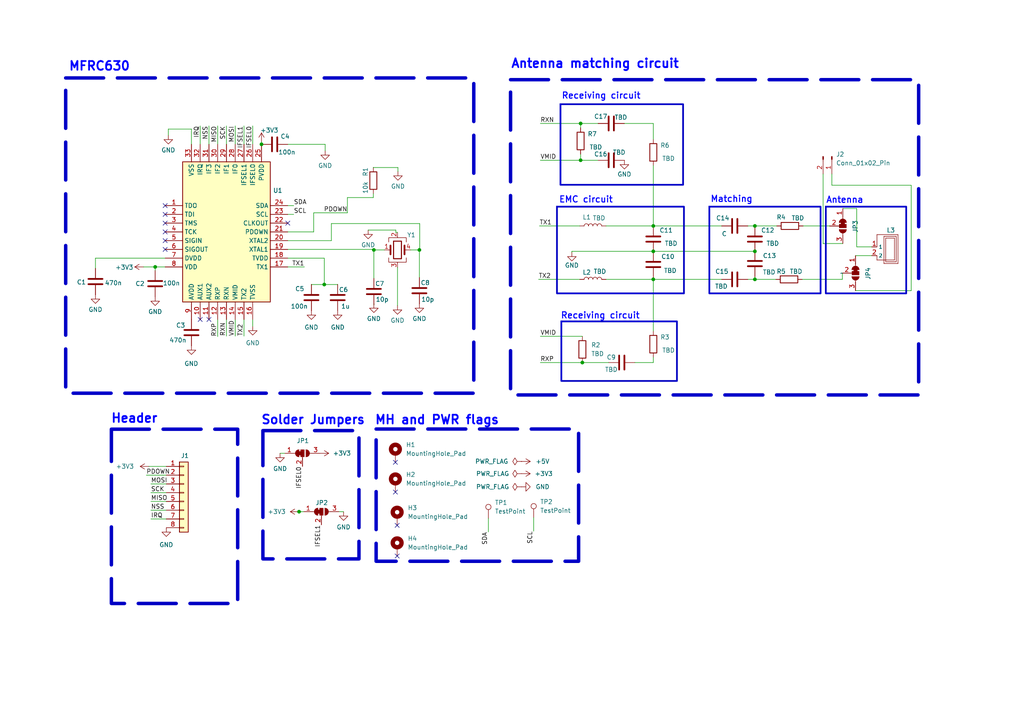
<source format=kicad_sch>
(kicad_sch (version 20230121) (generator eeschema)
  (paper "A4")
  (title_block (title "NFC_Programmer") (date "2023-11-25") (rev "2.0") (company "TycheTools"))
  (lib_symbols
    (symbol "Connector:Conn_01x02_Pin" (pin_names (offset 1.016) hide)
      (property "Reference" "J" (at 0 2.54 0))
      (property "Value" "Conn_01x02_Pin" (at 0 -5.08 0))
      (symbol "Conn_01x02_Pin_1_1"
        (polyline (pts (xy 1.27 -2.54) (xy 0.8636 -2.54)) (stroke (width 0.1524)))
        (polyline (pts (xy 1.27 0) (xy 0.8636 0)) (stroke (width 0.1524)))
        (rectangle (start 0.8636 -2.413) (end 0 -2.667) (stroke (width 0.1524)) (fill (type outline)))
        (rectangle (start 0.8636 0.127) (end 0 -0.127) (stroke (width 0.1524)) (fill (type outline)))
        (pin passive line (at 5.08 0 180) (length 3.81) (name "Pin_1") (number "1"))
        (pin passive line (at 5.08 -2.54 180) (length 3.81) (name "Pin_2") (number "2"))
      )
    )
    (symbol "Connector:TestPoint" (pin_numbers hide) (pin_names (offset 0.762) hide)
      (property "Reference" "TP" (at 0 6.858 0))
      (property "Value" "TestPoint" (at 0 5.08 0))
      (symbol "TestPoint_0_1"
        (circle (center 0 3.302) (radius 0.762))
      )
      (symbol "TestPoint_1_1"
        (pin passive line (at 0 0 90) (length 2.54) (name "1") (number "1"))
      )
    )
    (symbol "Connector_Generic:Conn_01x08" (pin_names (offset 1.016) hide)
      (property "Reference" "J" (at 0 10.16 0))
      (property "Value" "Conn_01x08" (at 0 -12.7 0))
      (symbol "Conn_01x08_1_1"
        (rectangle (start -1.27 -10.033) (end 0 -10.287) (stroke (width 0.1524)))
        (rectangle (start -1.27 -7.493) (end 0 -7.747) (stroke (width 0.1524)))
        (rectangle (start -1.27 -4.953) (end 0 -5.207) (stroke (width 0.1524)))
        (rectangle (start -1.27 -2.413) (end 0 -2.667) (stroke (width 0.1524)))
        (rectangle (start -1.27 0.127) (end 0 -0.127) (stroke (width 0.1524)))
        (rectangle (start -1.27 2.667) (end 0 2.413) (stroke (width 0.1524)))
        (rectangle (start -1.27 5.207) (end 0 4.953) (stroke (width 0.1524)))
        (rectangle (start -1.27 7.747) (end 0 7.493) (stroke (width 0.1524)))
        (rectangle (start -1.27 8.89) (end 1.27 -11.43) (stroke (width 0.254)) (fill (type background)))
        (pin passive line (at -5.08 7.62 0) (length 3.81) (name "Pin_1") (number "1"))
        (pin passive line (at -5.08 5.08 0) (length 3.81) (name "Pin_2") (number "2"))
        (pin passive line (at -5.08 2.54 0) (length 3.81) (name "Pin_3") (number "3"))
        (pin passive line (at -5.08 0 0) (length 3.81) (name "Pin_4") (number "4"))
        (pin passive line (at -5.08 -2.54 0) (length 3.81) (name "Pin_5") (number "5"))
        (pin passive line (at -5.08 -5.08 0) (length 3.81) (name "Pin_6") (number "6"))
        (pin passive line (at -5.08 -7.62 0) (length 3.81) (name "Pin_7") (number "7"))
        (pin passive line (at -5.08 -10.16 0) (length 3.81) (name "Pin_8") (number "8"))
      )
    )
    (symbol "Device:C" (pin_numbers hide) (pin_names (offset 0.254))
      (property "Reference" "C" (at 0.635 2.54 0))
      (property "Value" "C" (at 0.635 -2.54 0))
      (symbol "C_0_1"
        (polyline (pts (xy -2.032 -0.762) (xy 2.032 -0.762)) (stroke (width 0.508)))
        (polyline (pts (xy -2.032 0.762) (xy 2.032 0.762)) (stroke (width 0.508)))
      )
      (symbol "C_1_1"
        (pin passive line (at 0 3.81 270) (length 2.794) (name "~") (number "1"))
        (pin passive line (at 0 -3.81 90) (length 2.794) (name "~") (number "2"))
      )
    )
    (symbol "Device:Crystal_GND23" (pin_names (offset 1.016) hide)
      (property "Reference" "Y" (at 3.175 5.08 0))
      (property "Value" "Crystal_GND23" (at 3.175 3.175 0))
      (symbol "Crystal_GND23_0_1"
        (rectangle (start -1.143 2.54) (end 1.143 -2.54) (stroke (width 0.3048)))
        (polyline (pts (xy -2.54 0) (xy -2.032 0)))
        (polyline (pts (xy -2.032 -1.27) (xy -2.032 1.27)) (stroke (width 0.508)))
        (polyline (pts (xy 0 -3.81) (xy 0 -3.556)))
        (polyline (pts (xy 0 3.556) (xy 0 3.81)))
        (polyline (pts (xy 2.032 -1.27) (xy 2.032 1.27)) (stroke (width 0.508)))
        (polyline (pts (xy 2.032 0) (xy 2.54 0)))
        (polyline (pts (xy -2.54 -2.286) (xy -2.54 -3.556) (xy 2.54 -3.556) (xy 2.54 -2.286)))
        (polyline (pts (xy -2.54 2.286) (xy -2.54 3.556) (xy 2.54 3.556) (xy 2.54 2.286)))
      )
      (symbol "Crystal_GND23_1_1"
        (pin passive line (at -3.81 0 0) (length 1.27) (name "1") (number "1"))
        (pin passive line (at 0 5.08 270) (length 1.27) (name "2") (number "2"))
        (pin passive line (at 0 -5.08 90) (length 1.27) (name "3") (number "3"))
        (pin passive line (at 3.81 0 180) (length 1.27) (name "4") (number "4"))
      )
    )
    (symbol "Device:L" (pin_numbers hide) (pin_names (offset 1.016) hide)
      (property "Reference" "L" (at -1.27 0 90))
      (property "Value" "L" (at 1.905 0 90))
      (symbol "L_0_1"
        (arc (start 0 -2.54) (mid 0.6323 -1.905) (end 0 -1.27))
        (arc (start 0 -1.27) (mid 0.6323 -0.635) (end 0 0))
        (arc (start 0 0) (mid 0.6323 0.635) (end 0 1.27))
        (arc (start 0 1.27) (mid 0.6323 1.905) (end 0 2.54))
      )
      (symbol "L_1_1"
        (pin passive line (at 0 3.81 270) (length 1.27) (name "1") (number "1"))
        (pin passive line (at 0 -3.81 90) (length 1.27) (name "2") (number "2"))
      )
    )
    (symbol "Device:R" (pin_numbers hide) (pin_names (offset 0))
      (property "Reference" "R" (at 2.032 0 90))
      (property "Value" "R" (at 0 0 90))
      (symbol "R_0_1"
        (rectangle (start -1.016 -2.54) (end 1.016 2.54) (stroke (width 0.254)))
      )
      (symbol "R_1_1"
        (pin passive line (at 0 3.81 270) (length 1.27) (name "~") (number "1"))
        (pin passive line (at 0 -3.81 90) (length 1.27) (name "~") (number "2"))
      )
    )
    (symbol "Jumper:SolderJumper_3_Bridged12" (pin_names (offset 0) hide)
      (property "Reference" "JP" (at -2.54 -2.54 0))
      (property "Value" "SolderJumper_3_Bridged12" (at 0 2.794 0))
      (symbol "SolderJumper_3_Bridged12_0_1"
        (rectangle (start -1.016 0.508) (end -0.508 -0.508) (fill (type outline)))
        (arc (start -1.016 1.016) (mid -2.0276 0) (end -1.016 -1.016))
        (arc (start -1.016 1.016) (mid -2.0276 0) (end -1.016 -1.016) (fill (type outline)))
        (rectangle (start -0.508 1.016) (end 0.508 -1.016) (fill (type outline)))
        (polyline (pts (xy -2.54 0) (xy -2.032 0)))
        (polyline (pts (xy -1.016 1.016) (xy -1.016 -1.016)))
        (polyline (pts (xy 0 -1.27) (xy 0 -1.016)))
        (polyline (pts (xy 1.016 1.016) (xy 1.016 -1.016)))
        (polyline (pts (xy 2.54 0) (xy 2.032 0)))
        (arc (start 1.016 -1.016) (mid 2.0276 0) (end 1.016 1.016))
        (arc (start 1.016 -1.016) (mid 2.0276 0) (end 1.016 1.016) (fill (type outline)))
      )
      (symbol "SolderJumper_3_Bridged12_1_1"
        (pin passive line (at -5.08 0 0) (length 2.54) (name "A") (number "1"))
        (pin passive line (at 0 -3.81 90) (length 2.54) (name "C") (number "2"))
        (pin passive line (at 5.08 0 180) (length 2.54) (name "B") (number "3"))
      )
    )
    (symbol "LIB2:Antenna_L"
      (property "Reference" "L" (at 6.35 8.89 0))
      (symbol "Antenna_L_0_1"
        (polyline (pts (xy 10.16 3.81) (xy 15.24 3.81)))
        (polyline (pts (xy 10.16 5.08) (xy 10.16 3.81)))
        (polyline (pts (xy 10.16 7.62) (xy 10.16 7.62)))
        (polyline (pts (xy 10.16 7.62) (xy 10.16 11.176)))
        (polyline (pts (xy 12.192 2.794) (xy 16.256 2.794)))
        (polyline (pts (xy 12.192 10.668) (xy 12.192 2.794)))
        (polyline (pts (xy 15.24 3.81) (xy 15.24 10.16)))
        (polyline (pts (xy 15.24 10.16) (xy 12.7 10.16)))
        (polyline (pts (xy 16.256 2.794) (xy 16.256 11.176)))
        (polyline (pts (xy 16.256 11.176) (xy 10.16 11.176)))
        (polyline (pts (xy 15.748 10.414) (xy 15.748 10.668) (xy 12.192 10.668)))
        (polyline (pts (xy 12.7 10.16) (xy 12.7 3.302) (xy 15.748 3.302) (xy 15.748 10.414)))
      )
      (symbol "Antenna_L_1_0"
        (pin power_in line (at 8.636 7.62 0) (length 1.5) (name "1") (number "1"))
        (pin power_out line (at 8.636 5.08 0) (length 1.5) (name "2") (number "2"))
      )
    )
    (symbol "MFRC63002HN_151:MFRC63002HN,151"
      (property "Reference" "IC" (at 31.75 17.78 0))
      (property "Value" "MFRC63002HN,151" (at 31.75 15.24 0))
      (symbol "MFRC63002HN,151_1_1"
        (rectangle (start 5.08 12.7) (end 30.48 -27.94) (stroke (width 0.254)) (fill (type background)))
        (pin output line (at 0 0 0) (length 5.08) (name "TDO") (number "1"))
        (pin output line (at 10.16 -33.02 90) (length 5.08) (name "AUX1") (number "10"))
        (pin output line (at 12.7 -33.02 90) (length 5.08) (name "AUX2") (number "11"))
        (pin input line (at 15.24 -33.02 90) (length 5.08) (name "RXP") (number "12"))
        (pin input line (at 17.78 -33.02 90) (length 5.08) (name "RXN") (number "13"))
        (pin power_in line (at 20.32 -33.02 90) (length 5.08) (name "VMID") (number "14"))
        (pin output line (at 22.86 -33.02 90) (length 5.08) (name "TX2") (number "15"))
        (pin power_in line (at 25.4 -33.02 90) (length 5.08) (name "TVSS") (number "16"))
        (pin output line (at 35.56 -17.78 180) (length 5.08) (name "TX1") (number "17"))
        (pin power_in line (at 35.56 -15.24 180) (length 5.08) (name "TVDD") (number "18"))
        (pin input line (at 35.56 -12.7 180) (length 5.08) (name "XTAL1") (number "19"))
        (pin input line (at 0 -2.54 0) (length 5.08) (name "TDI") (number "2"))
        (pin output line (at 35.56 -10.16 180) (length 5.08) (name "XTAL2") (number "20"))
        (pin input line (at 35.56 -7.62 180) (length 5.08) (name "PDOWN") (number "21"))
        (pin output line (at 35.56 -5.08 180) (length 5.08) (name "CLKOUT") (number "22"))
        (pin output line (at 35.56 -2.54 180) (length 5.08) (name "SCL") (number "23"))
        (pin bidirectional line (at 35.56 0 180) (length 5.08) (name "SDA") (number "24"))
        (pin power_in line (at 27.94 17.78 270) (length 5.08) (name "PVDD") (number "25"))
        (pin input line (at 25.4 17.78 270) (length 5.08) (name "IFSEL0") (number "26"))
        (pin input line (at 22.86 17.78 270) (length 5.08) (name "IFSEL1") (number "27"))
        (pin bidirectional line (at 20.32 17.78 270) (length 5.08) (name "IF0") (number "28"))
        (pin bidirectional line (at 17.78 17.78 270) (length 5.08) (name "IF1") (number "29"))
        (pin input line (at 0 -5.08 0) (length 5.08) (name "TMS") (number "3"))
        (pin bidirectional line (at 15.24 17.78 270) (length 5.08) (name "IF2") (number "30"))
        (pin bidirectional line (at 12.7 17.78 270) (length 5.08) (name "IF3") (number "31"))
        (pin output line (at 10.16 17.78 270) (length 5.08) (name "IRQ") (number "32"))
        (pin power_in line (at 7.62 17.78 270) (length 5.08) (name "VSS") (number "33"))
        (pin input line (at 0 -7.62 0) (length 5.08) (name "TCK") (number "4"))
        (pin input line (at 0 -10.16 0) (length 5.08) (name "SIGIN") (number "5"))
        (pin output line (at 0 -12.7 0) (length 5.08) (name "SIGOUT") (number "6"))
        (pin power_in line (at 0 -15.24 0) (length 5.08) (name "DVDD") (number "7"))
        (pin power_in line (at 0 -17.78 0) (length 5.08) (name "VDD") (number "8"))
        (pin power_in line (at 7.62 -33.02 90) (length 5.08) (name "AVDD") (number "9"))
      )
    )
    (symbol "Mechanical:MountingHole_Pad" (pin_numbers hide) (pin_names (offset 1.016) hide)
      (property "Reference" "H" (at 0 6.35 0))
      (property "Value" "MountingHole_Pad" (at 0 4.445 0))
      (symbol "MountingHole_Pad_0_1"
        (circle (center 0 1.27) (radius 1.27) (stroke (width 1.27)))
      )
      (symbol "MountingHole_Pad_1_1"
        (pin input line (at 0 -2.54 90) (length 2.54) (name "1") (number "1"))
      )
    )
    (symbol "power:+3V3" (power) (pin_names (offset 0))
      (property "Value" "+3V3" (at 0 3.556 0))
      (symbol "+3V3_0_1"
        (polyline (pts (xy -0.762 1.27) (xy 0 2.54)))
        (polyline (pts (xy 0 0) (xy 0 2.54)))
        (polyline (pts (xy 0 2.54) (xy 0.762 1.27)))
      )
      (symbol "+3V3_1_1"
        (pin power_in line (at 0 0 90) (length 0) hide (name "+3V3") (number "1"))
      )
    )
    (symbol "power:+5V" (power) (pin_names (offset 0))
      (property "Value" "+5V" (at 0 3.556 0))
      (symbol "+5V_0_1"
        (polyline (pts (xy -0.762 1.27) (xy 0 2.54)))
        (polyline (pts (xy 0 0) (xy 0 2.54)))
        (polyline (pts (xy 0 2.54) (xy 0.762 1.27)))
      )
      (symbol "+5V_1_1"
        (pin power_in line (at 0 0 90) (length 0) hide (name "+5V") (number "1"))
      )
    )
    (symbol "power:GND" (power) (pin_names (offset 0))
      (property "Value" "GND" (at 0 -3.81 0))
      (symbol "GND_0_1"
        (polyline (pts (xy 0 0) (xy 0 -1.27) (xy 1.27 -1.27) (xy 0 -2.54) (xy -1.27 -1.27) (xy 0 -1.27)))
      )
      (symbol "GND_1_1"
        (pin power_in line (at 0 0 270) (length 0) hide (name "GND") (number "1"))
      )
    )
    (symbol "power:PWR_FLAG" (power) (pin_numbers hide) (pin_names (offset 0) hide)
      (property "Value" "PWR_FLAG" (at 0 3.81 0))
      (symbol "PWR_FLAG_0_0"
        (pin power_out line (at 0 0 90) (length 0) (name "pwr") (number "1"))
      )
      (symbol "PWR_FLAG_0_1"
        (polyline (pts (xy 0 0) (xy 0 1.27) (xy -1.016 1.905) (xy 0 2.54) (xy 1.016 1.905) (xy 0 1.27)))
      )
    )
  )
  (junction (at 45.0088 77.4192))
  (junction (at 189.484 72.898))
  (junction (at 218.948 81.026))
  (junction (at 218.948 72.898))
  (junction (at 86.741 148.4122))
  (junction (at 189.484 81.026))
  (junction (at 94.0562 82.5246))
  (junction (at 189.484 65.532))
  (junction (at 121.6406 72.4916))
  (junction (at 75.8444 41.8592))
  (junction (at 218.948 65.532))
  (junction (at 108.4326 72.4916))
  (junction (at 168.402 35.814))
  (junction (at 168.91 105.156))
  (junction (at 168.402 46.482))
  (no_connect (at 60.6044 92.6592))
  (no_connect (at 83.4644 64.7192))
  (no_connect (at 114.681 142.7226))
  (no_connect (at 47.9044 59.6392))
  (no_connect (at 47.9044 64.7192))
  (no_connect (at 115.189 161.2646))
  (no_connect (at 58.0644 92.6592))
  (no_connect (at 114.681 134.0866))
  (no_connect (at 115.189 152.3746))
  (no_connect (at 47.9044 72.3392))
  (no_connect (at 47.9044 62.1792))
  (no_connect (at 47.9044 69.7992))
  (no_connect (at 47.9044 67.2592))
  (wire (pts (xy 94.3102 41.8592) (xy 94.3102 43.7134)))
  (wire (pts (xy 238.7346 70.612) (xy 238.7346 50.4698)))
  (wire (pts (xy 121.7422 64.8462) (xy 121.7422 72.4154)))
  (wire (pts (xy 165.862 72.898) (xy 189.484 72.898)))
  (wire (pts (xy 73.3044 92.6592) (xy 73.3044 94.6404)))
  (wire (pts (xy 99.6442 148.4122) (xy 98.298 148.4122)))
  (wire (pts (xy 119.1006 72.4916) (xy 121.6406 72.4916)))
  (wire (pts (xy 189.484 105.156) (xy 184.15 105.156)))
  (wire (pts (xy 114.808 66.7258) (xy 114.808 67.4116)))
  (wire (pts (xy 218.948 81.026) (xy 225.044 81.026)))
  (wire (pts (xy 154.7876 150.114) (xy 154.7876 154.051)))
  (wire (pts (xy 189.484 65.532) (xy 209.296 65.532)))
  (wire (pts (xy 232.664 81.026) (xy 244.3226 81.026)))
  (wire (pts (xy 43.7642 145.4404) (xy 48.2346 145.4404)))
  (wire (pts (xy 218.948 72.644) (xy 218.948 72.898)))
  (wire (pts (xy 45.0088 77.4192) (xy 47.9044 77.4192)))
  (wire (pts (xy 65.6844 36.5252) (xy 65.6844 41.8592)))
  (wire (pts (xy 240.6396 65.532) (xy 240.6396 65.5574)))
  (wire (pts (xy 94.0562 82.5246) (xy 97.9424 82.5246)))
  (wire (pts (xy 156.718 46.482) (xy 168.402 46.482)))
  (wire (pts (xy 168.402 35.814) (xy 173.482 35.814)))
  (wire (pts (xy 156.21 81.026) (xy 168.148 81.026)))
  (wire (pts (xy 83.4644 72.3392) (xy 108.3564 72.3392)))
  (wire (pts (xy 156.718 97.536) (xy 168.91 97.536)))
  (wire (pts (xy 156.718 35.814) (xy 168.402 35.814)))
  (wire (pts (xy 90.9828 61.722) (xy 100.7618 61.722)))
  (wire (pts (xy 63.1444 92.6592) (xy 63.1444 97.6122)))
  (wire (pts (xy 65.6844 92.6592) (xy 65.6844 97.4852)))
  (wire (pts (xy 115.2906 77.5716) (xy 115.2906 88.6206)))
  (wire (pts (xy 108.4326 88.3666) (xy 108.4326 88.1126)))
  (wire (pts (xy 100.7618 57.3024) (xy 108.2802 57.3024)))
  (wire (pts (xy 108.2802 48.5902) (xy 108.2802 48.5648)))
  (wire (pts (xy 121.6406 72.4916) (xy 121.6406 80.4926)))
  (wire (pts (xy 168.402 44.704) (xy 168.402 46.482)))
  (wire (pts (xy 90.9828 67.2592) (xy 83.4644 67.2592)))
  (wire (pts (xy 43.7642 147.9804) (xy 48.2346 147.9804)))
  (wire (pts (xy 83.4644 62.1792) (xy 85.1916 62.1792)))
  (wire (pts (xy 106.7816 66.7258) (xy 114.808 66.7258)))
  (wire (pts (xy 264.287 84.3026) (xy 264.287 53.721)))
  (wire (pts (xy 181.102 35.814) (xy 189.484 35.814)))
  (wire (pts (xy 189.484 72.898) (xy 218.948 72.898)))
  (wire (pts (xy 100.7618 61.722) (xy 100.7618 57.3024)))
  (wire (pts (xy 189.484 81.026) (xy 189.484 96.012)))
  (wire (pts (xy 27.686 74.8792) (xy 47.9044 74.8792)))
  (wire (pts (xy 238.76 70.612) (xy 238.7346 70.612)))
  (wire (pts (xy 108.3564 72.3392) (xy 108.3564 72.4916)))
  (wire (pts (xy 83.4644 59.6392) (xy 85.1916 59.6392)))
  (wire (pts (xy 252.8316 71.6026) (xy 248.4882 71.6026)))
  (wire (pts (xy 45.0088 77.4192) (xy 45.0088 78.4606)))
  (wire (pts (xy 218.948 65.532) (xy 225.298 65.532)))
  (wire (pts (xy 73.3044 36.5252) (xy 73.3044 41.8592)))
  (wire (pts (xy 90.3224 82.5246) (xy 90.3224 82.4992)))
  (wire (pts (xy 83.4644 69.7992) (xy 96.1136 69.7992)))
  (wire (pts (xy 165.862 72.898) (xy 165.862 73.152)))
  (wire (pts (xy 108.3564 72.4916) (xy 108.4326 72.4916)))
  (wire (pts (xy 216.916 65.532) (xy 218.948 65.532)))
  (wire (pts (xy 244.3226 81.026) (xy 244.3226 79.2226)))
  (wire (pts (xy 156.464 65.532) (xy 168.148 65.532)))
  (wire (pts (xy 189.484 35.814) (xy 189.484 40.386)))
  (wire (pts (xy 108.2802 56.1848) (xy 108.2802 57.3024)))
  (wire (pts (xy 175.768 65.532) (xy 189.484 65.532)))
  (wire (pts (xy 42.4434 137.8204) (xy 48.2346 137.8204)))
  (wire (pts (xy 70.7644 92.6592) (xy 70.7644 97.4852)))
  (wire (pts (xy 189.484 81.026) (xy 189.484 80.518)))
  (wire (pts (xy 27.686 74.8792) (xy 27.686 77.851)))
  (wire (pts (xy 189.484 72.898) (xy 189.484 73.152)))
  (wire (pts (xy 86.7156 148.4122) (xy 86.741 148.4122)))
  (wire (pts (xy 68.2244 92.6592) (xy 68.2244 97.4852)))
  (wire (pts (xy 108.2802 48.5902) (xy 115.4176 48.5902)))
  (wire (pts (xy 83.4644 74.8792) (xy 94.0562 74.8792)))
  (wire (pts (xy 83.4644 77.4192) (xy 88.2904 77.4192)))
  (wire (pts (xy 248.4882 60.4774) (xy 248.4882 71.6026)))
  (wire (pts (xy 97.9424 82.5246) (xy 97.9424 82.4992)))
  (wire (pts (xy 218.948 80.264) (xy 218.948 81.026)))
  (wire (pts (xy 58.0644 36.5252) (xy 58.0644 41.8592)))
  (wire (pts (xy 90.3224 82.5246) (xy 94.0562 82.5246)))
  (wire (pts (xy 264.287 53.721) (xy 241.2746 53.721)))
  (wire (pts (xy 189.484 81.026) (xy 209.296 81.026)))
  (wire (pts (xy 48.8188 37.4396) (xy 48.8188 39.2176)))
  (wire (pts (xy 41.6306 77.4192) (xy 45.0088 77.4192)))
  (wire (pts (xy 96.1136 64.8462) (xy 121.7422 64.8462)))
  (wire (pts (xy 68.2244 36.5252) (xy 68.2244 41.8592)))
  (wire (pts (xy 43.7642 142.9004) (xy 48.2346 142.9004)))
  (wire (pts (xy 115.4176 49.7332) (xy 115.4176 48.5902)))
  (wire (pts (xy 168.402 46.482) (xy 173.482 46.482)))
  (wire (pts (xy 81.2292 131.4704) (xy 82.6516 131.4704)))
  (wire (pts (xy 141.6558 150.3426) (xy 141.6558 154.2796)))
  (wire (pts (xy 63.1444 36.5252) (xy 63.1444 41.8592)))
  (wire (pts (xy 248.1326 74.1426) (xy 252.8316 74.1426)))
  (wire (pts (xy 238.76 70.612) (xy 238.76 70.6374)))
  (wire (pts (xy 248.4882 60.4774) (xy 244.4496 60.4774)))
  (wire (pts (xy 108.4326 72.4916) (xy 111.4806 72.4916)))
  (wire (pts (xy 121.7422 72.4154) (xy 121.6406 72.4154)))
  (wire (pts (xy 90.9828 61.722) (xy 90.9828 67.2592)))
  (wire (pts (xy 168.402 35.814) (xy 168.402 37.084)))
  (wire (pts (xy 94.0562 74.8792) (xy 94.0562 82.5246)))
  (wire (pts (xy 156.718 105.156) (xy 168.91 105.156)))
  (wire (pts (xy 248.1326 84.3026) (xy 264.287 84.3026)))
  (wire (pts (xy 232.918 65.532) (xy 240.6396 65.532)))
  (wire (pts (xy 189.484 103.632) (xy 189.484 105.156)))
  (wire (pts (xy 241.2746 50.4698) (xy 241.2746 53.721)))
  (wire (pts (xy 218.948 73.152) (xy 218.948 72.898)))
  (wire (pts (xy 114.808 67.4116) (xy 115.2906 67.4116)))
  (wire (pts (xy 189.484 48.006) (xy 189.484 65.532)))
  (wire (pts (xy 86.741 148.4122) (xy 88.138 148.4122)))
  (wire (pts (xy 43.7642 140.3604) (xy 48.2346 140.3604)))
  (wire (pts (xy 108.4326 72.4916) (xy 108.4326 80.7466)))
  (wire (pts (xy 43.2054 135.2804) (xy 48.2346 135.2804)))
  (wire (pts (xy 175.768 81.026) (xy 189.484 81.026)))
  (wire (pts (xy 43.7642 150.5204) (xy 48.2346 150.5204)))
  (wire (pts (xy 96.1136 64.8462) (xy 96.1136 69.7992)))
  (wire (pts (xy 75.8444 41.0972) (xy 75.8444 41.8592)))
  (wire (pts (xy 121.6406 72.4154) (xy 121.6406 72.4916)))
  (wire (pts (xy 48.8188 37.4396) (xy 55.5244 37.4396)))
  (wire (pts (xy 60.6044 36.5252) (xy 60.6044 41.8592)))
  (wire (pts (xy 70.7644 36.5252) (xy 70.7644 41.8592)))
  (wire (pts (xy 216.916 81.026) (xy 218.948 81.026)))
  (wire (pts (xy 83.4644 41.8592) (xy 94.3102 41.8592)))
  (wire (pts (xy 168.91 105.156) (xy 176.53 105.156)))
  (wire (pts (xy 238.76 70.6374) (xy 244.4496 70.6374)))
  (wire (pts (xy 55.5244 41.8592) (xy 55.5244 37.4396)))
  (rectangle (start 205.74 59.944) (end 237.998 85.09) (stroke (width 0.5)))
  (rectangle (start 148.082 23.114) (end 266.446 114.554) (stroke (width 1) (type dash)))
  (rectangle (start 161.544 59.944) (end 198.374 85.09) (stroke (width 0.5)))
  (rectangle (start 239.522 59.944) (end 262.8392 85.09) (stroke (width 0.5)))
  (rectangle (start 76.2508 124.8918) (end 104.1146 162.1028) (stroke (width 1) (type dash)))
  (rectangle (start 32.3088 124.4854) (end 68.9356 175.0314) (stroke (width 1) (type dash)))
  (rectangle (start 109.093 124.4346) (end 167.8178 162.7886) (stroke (width 1) (type dash)))
  (rectangle (start 162.814 93.218) (end 196.342 110.49) (stroke (width 0.5)))
  (rectangle (start 19.05 22.606) (end 137.414 114.046) (stroke (width 1) (type dash)))
  (rectangle (start 162.56 30.226) (end 198.12 53.594) (stroke (width 0.5)))
  (text "EMC circuit\n\n" (at 162.052 61.976 0) (effects (font (size 1.8 1.8) (thickness 0.3) bold) (justify left bottom)))
  (text "Receiving circuit\n" (at 162.56 92.71 0) (effects (font (size 1.8 1.8) (thickness 0.3) bold) (justify left bottom)))
  (text "Solder Jumpers\n" (at 75.6158 123.3932 0) (effects (font (size 2.54 2.54) (thickness 0.508) bold) (justify left bottom)))
  (text "MH and PWR flags" (at 108.585 123.4186 0) (effects (font (size 2.54 2.54) (thickness 0.508) bold) (justify left bottom)))
  (text "Matching\n" (at 205.994 58.928 0) (effects (font (size 1.8 1.8) (thickness 0.3) bold) (justify left bottom)))
  (text "Antenna\n" (at 239.522 59.182 0) (effects (font (size 1.8 1.8) (thickness 0.3) bold) (justify left bottom)))
  (text "Antenna matching circuit" (at 148.082 20.066 0) (effects (font (size 2.54 2.54) (thickness 0.508) bold) (justify left bottom)))
  (text "Header" (at 32.0548 122.9614 0) (effects (font (size 2.54 2.54) (thickness 0.508) bold) (justify left bottom)))
  (text "MFRC630" (at 19.812 20.828 0) (effects (font (size 2.54 2.54) (thickness 0.508) bold) (justify left bottom)))
  (text "Receiving circuit\n" (at 162.814 28.956 0) (effects (font (size 1.8 1.8) (thickness 0.3) bold) (justify left bottom)))
  (label "SCK" (at 65.6844 36.5252 270))
  (label "PDOWN" (at 42.4434 137.8204 0))
  (label "SCK" (at 43.7642 142.9004 0))
  (label "RXP" (at 63.1444 97.6122 90))
  (label "SDA" (at 141.6558 154.2796 270))
  (label "RXN" (at 156.718 35.814 0))
  (label "PDOWN" (at 100.7618 61.722 180))
  (label "VMID" (at 156.718 46.482 0))
  (label "IFSEL1" (at 70.7644 36.5252 270))
  (label "IFSEL0" (at 73.3044 36.5252 270))
  (label "MISO" (at 63.1444 36.5252 270))
  (label "VMID" (at 156.718 97.536 0))
  (label "IFSEL0" (at 87.7316 135.2804 270))
  (label "IFSEL1" (at 93.218 152.2222 270))
  (label "TX1" (at 156.464 65.532 0))
  (label "SCL" (at 85.1916 62.1792 0))
  (label "RXN" (at 65.6844 97.4852 90))
  (label "SCL" (at 154.7876 154.051 270))
  (label "VMID" (at 68.2244 97.4852 90))
  (label "SDA" (at 85.1916 59.6392 0))
  (label "NSS" (at 43.7642 147.9804 0))
  (label "MOSI" (at 43.7642 140.3604 0))
  (label "NSS" (at 60.6044 36.5252 270))
  (label "MISO" (at 43.7642 145.4404 0))
  (label "RXP" (at 156.718 105.156 0))
  (label "IRQ" (at 43.7642 150.5204 0))
  (label "TX1" (at 88.2904 77.4192 180))
  (label "IRQ" (at 58.0644 36.5252 270))
  (label "TX2" (at 156.21 81.026 0))
  (label "TX2" (at 70.7644 97.4852 90))
  (label "MOSI" (at 68.2244 36.5252 270))
  (symbol (lib_id "power:GND") (at 81.2292 131.4704 0) (unit 1)
    (property "Reference" "#PWR08" (effects hide))
    (property "Value" "GND" (at 81.2292 135.9408 0))
  )
  (symbol (lib_id "LIB2:Antenna_L") (at 244.1956 79.2226 0) (unit 1)
    (property "Reference" "L3" (at 257.1496 66.7766 0) (effects (justify left)))
    (property "Value" "~" (at 244.1956 79.2226 0))
  )
  (symbol (lib_id "power:GND") (at 48.8188 39.2176 0) (unit 1)
    (property "Reference" "#PWR06" (effects hide))
    (property "Value" "GND" (at 48.8188 43.5356 0))
  )
  (symbol (lib_id "power:GND") (at 94.3102 43.7134 0) (unit 1)
    (property "Reference" "#PWR010" (effects hide))
    (property "Value" "GND" (at 94.3102 48.0314 0))
  )
  (symbol (lib_id "power:+3V3") (at 86.741 148.4122 90) (unit 1)
    (property "Reference" "#PWR07" (effects hide))
    (property "Value" "+3V3" (at 82.9056 148.4122 90) (effects (justify left)))
  )
  (symbol (lib_id "Device:R") (at 168.91 101.346 0) (unit 1)
    (property "Reference" "R2" (at 171.45 100.076 0) (effects (justify left)))
    (property "Value" "TBD" (at 171.45 102.616 0) (effects (justify left)))
    (property "Footprint" "Resistor_SMD:R_0603_1608Metric_Pad0.98x0.95mm_HandSolder" (effects hide))
  )
  (symbol (lib_id "Connector:TestPoint") (at 141.6558 150.3426 0) (unit 1)
    (property "Reference" "TP1" (at 143.51 145.7706 0) (effects (justify left)))
    (property "Value" "TestPoint" (at 143.51 148.3106 0) (effects (justify left)))
    (property "Footprint" "TestPoint:TestPoint_Pad_1.0x1.0mm" (effects hide))
  )
  (symbol (lib_id "power:PWR_FLAG") (at 151.257 137.3886 90) (unit 1)
    (property "Reference" "#FLG02" (effects hide))
    (property "Value" "PWR_FLAG" (at 147.701 137.3886 90) (effects (justify left)))
    (property "Footprint" "TestPoint:TestPoint_Loop_D1.80mm_Drill1.0mm_Beaded" (effects hide))
  )
  (symbol (lib_id "Jumper:SolderJumper_3_Bridged12") (at 93.218 148.4122 0) (unit 1)
    (property "Reference" "JP2" (at 93.3196 145.8214 0))
    (property "Value" "SolderJumper_3_Bridged12" (effects hide))
    (property "Footprint" "Jumper:SolderJumper-3_P1.3mm_Bridged12_Pad1.0x1.5mm_NumberLabels" (effects hide))
  )
  (symbol (lib_id "Device:C") (at 213.106 65.532 90) (unit 1)
    (property "Reference" "C14" (at 211.582 63.246 90) (effects (justify left)))
    (property "Value" "C" (at 210.82 67.818 90) (effects (justify left)))
    (property "Footprint" "Capacitor_SMD:C_0603_1608Metric_Pad1.08x0.95mm_HandSolder" (effects hide))
  )
  (symbol (lib_id "Mechanical:MountingHole_Pad") (at 115.189 149.8346 0) (unit 1)
    (property "Reference" "H3" (at 118.237 147.2946 0) (effects (justify left)))
    (property "Value" "MountingHole_Pad" (at 118.237 149.8346 0) (effects (justify left)))
    (property "Footprint" "MountingHole:MountingHole_3mm" (effects hide))
  )
  (symbol (lib_id "Device:C") (at 45.0088 82.2706 0) (mirror y) (unit 1)
    (property "Reference" "C2" (at 41.9608 82.2706 0) (effects (justify left)))
    (property "Value" "100n" (at 52.2224 82.1182 0) (effects (justify left)))
    (property "Footprint" "Capacitor_SMD:C_0603_1608Metric_Pad1.08x0.95mm_HandSolder" (effects hide))
  )
  (symbol (lib_id "Device:C") (at 108.4326 84.5566 0) (mirror y) (unit 1)
    (property "Reference" "C7" (at 111.4806 82.2706 0) (effects (justify left)))
    (property "Value" "10p" (at 112.7506 86.8426 0) (effects (justify left)))
    (property "Footprint" "Capacitor_SMD:C_0603_1608Metric_Pad1.08x0.95mm_HandSolder" (effects hide))
  )
  (symbol (lib_id "power:GND") (at 106.7816 66.7258 0) (unit 1)
    (property "Reference" "#PWR021" (effects hide))
    (property "Value" "GND" (at 106.7816 71.0438 0))
  )
  (symbol (lib_id "power:+3V3") (at 92.8116 131.4704 270) (unit 1)
    (property "Reference" "#PWR026" (effects hide))
    (property "Value" "+3V3" (at 96.52 131.4704 90) (effects (justify left)))
  )
  (symbol (lib_id "Device:C") (at 218.948 76.454 0) (unit 1)
    (property "Reference" "C13" (at 221.234 74.168 0) (effects (justify left)))
    (property "Value" "TBD" (at 221.2086 78.9432 0) (effects (justify left)))
    (property "Footprint" "Capacitor_SMD:C_0603_1608Metric_Pad1.08x0.95mm_HandSolder" (effects hide))
  )
  (symbol (lib_id "Mechanical:MountingHole_Pad") (at 114.681 131.5466 0) (unit 1)
    (property "Reference" "H1" (at 117.729 129.0066 0) (effects (justify left)))
    (property "Value" "MountingHole_Pad" (at 117.729 131.5466 0) (effects (justify left)))
    (property "Footprint" "MountingHole:MountingHole_3mm" (effects hide))
  )
  (symbol (lib_id "Device:Crystal_GND23") (at 115.2906 72.4916 0) (unit 1)
    (property "Reference" "Y1" (at 119.3038 68.1482 0))
    (property "Value" "Crystal_GND23" (effects hide))
    (property "Footprint" "Crystal:Crystal_SMD_2016-4Pin_2.0x1.6mm" (effects hide))
  )
  (symbol (lib_id "Device:C") (at 189.484 69.342 0) (unit 1)
    (property "Reference" "C11" (at 191.262 66.802 0) (effects (justify left)))
    (property "Value" "TBD" (at 192.786 70.612 0) (effects (justify left)))
    (property "Footprint" "Capacitor_SMD:C_0603_1608Metric_Pad1.08x0.95mm_HandSolder" (effects hide))
  )
  (symbol (lib_id "power:+3V3") (at 151.257 137.3886 270) (unit 1)
    (property "Reference" "#PWR032" (effects hide))
    (property "Value" "+3V3" (at 155.067 137.3886 90) (effects (justify left)))
  )
  (symbol (lib_id "Device:C") (at 79.6544 41.8592 90) (unit 1)
    (property "Reference" "C4" (at 82.7024 39.5732 90))
    (property "Value" "100n" (at 83.2104 44.1452 90))
    (property "Footprint" "Capacitor_SMD:C_0603_1608Metric_Pad1.08x0.95mm_HandSolder" (effects hide))
  )
  (symbol (lib_id "Device:C") (at 90.3224 86.3092 0) (mirror y) (unit 1)
    (property "Reference" "C5" (at 88.2904 83.7692 0) (effects (justify left)))
    (property "Value" "100n" (at 89.3064 88.8492 0) (effects (justify left)))
    (property "Footprint" "Capacitor_SMD:C_0603_1608Metric_Pad1.08x0.95mm_HandSolder" (effects hide))
  )
  (symbol (lib_id "power:GND") (at 181.102 46.482 0) (unit 1)
    (property "Reference" "#PWR018" (effects hide))
    (property "Value" "GND" (at 181.102 50.546 0))
  )
  (symbol (lib_id "Jumper:SolderJumper_3_Bridged12") (at 87.7316 131.4704 0) (unit 1)
    (property "Reference" "JP1" (at 87.8332 127.8382 0))
    (property "Value" "SolderJumper_3_Bridged12" (effects hide))
    (property "Footprint" "Jumper:SolderJumper-3_P1.3mm_Bridged12_Pad1.0x1.5mm_NumberLabels" (effects hide))
  )
  (symbol (lib_id "power:GND") (at 48.2346 153.0604 0) (unit 1)
    (property "Reference" "#PWR020" (effects hide))
    (property "Value" "GND" (at 48.2346 158.0134 0))
  )
  (symbol (lib_id "Device:R") (at 108.2802 52.3748 180) (unit 1)
    (property "Reference" "R1" (at 105.9942 49.8348 90))
    (property "Value" "10k" (at 105.9942 54.4068 90))
    (property "Footprint" "Resistor_SMD:R_0603_1608Metric_Pad0.98x0.95mm_HandSolder" (effects hide))
  )
  (symbol (lib_id "power:PWR_FLAG") (at 151.257 133.8326 90) (unit 1)
    (property "Reference" "#FLG01" (effects hide))
    (property "Value" "PWR_FLAG" (at 147.447 133.8326 90) (effects (justify left)))
    (property "Footprint" "TestPoint:TestPoint_Loop_D1.80mm_Drill1.0mm_Beaded" (effects hide))
  )
  (symbol (lib_id "MFRC63002HN_151:MFRC63002HN,151") (at 47.9044 59.6392 0) (unit 1)
    (property "Reference" "U1" (at 80.5688 55.2511 0))
    (property "Value" "MFRC63002HN,151" (effects hide))
    (property "Footprint" "Library3:MFRC630_MOUSER" (effects hide))
    (property "Datasheet" "http://www.nxp.com/docs/en/data-sheet/MFRC630.pdf" (effects hide))
    (property "Height" "1" (effects hide))
    (property "Manufacturer_Name" "NXP" (effects hide))
    (property "Manufacturer_Part_Number" "MFRC63002HN,151" (effects hide))
    (property "Mouser Part Number" "771-MFRC63002HN151" (effects hide))
    (property "Mouser Price/Stock" "https://www.mouser.co.uk/ProductDetail/NXP-Semiconductors/MFRC63002HN151?qs=NQoTdinTi9Gyn8oEeCX95Q%3D%3D" (effects hide))
    (property "Arrow Part Number" "MFRC63002HN,151" (effects hide))
    (property "Arrow Price/Stock" "https://www.arrow.com/en/products/mfrc63002hn151/nxp-semiconductors?region=nac" (effects hide))
  )
  (symbol (lib_id "Mechanical:MountingHole_Pad") (at 114.681 140.1826 0) (unit 1)
    (property "Reference" "H2" (at 117.729 137.6426 0) (effects (justify left)))
    (property "Value" "MountingHole_Pad" (at 117.729 140.1826 0) (effects (justify left)))
    (property "Footprint" "MountingHole:MountingHole_3mm" (effects hide))
  )
  (symbol (lib_id "Device:C") (at 213.106 81.026 90) (unit 1)
    (property "Reference" "C15" (at 211.328 78.74 90) (effects (justify left)))
    (property "Value" "TBD" (at 211.074 83.058 90) (effects (justify left)))
    (property "Footprint" "Capacitor_SMD:C_0603_1608Metric_Pad1.08x0.95mm_HandSolder" (effects hide))
  )
  (symbol (lib_id "Device:R") (at 168.402 40.894 0) (unit 1)
    (property "Reference" "R7" (at 170.434 38.862 0) (effects (justify left)))
    (property "Value" "TBD" (at 170.942 42.672 0) (effects (justify left)))
    (property "Footprint" "Resistor_SMD:R_0603_1608Metric_Pad0.98x0.95mm_HandSolder" (effects hide))
  )
  (symbol (lib_id "power:+5V") (at 151.257 133.8326 270) (unit 1)
    (property "Reference" "#PWR031" (effects hide))
    (property "Value" "+5V" (at 155.321 133.8326 90) (effects (justify left)))
  )
  (symbol (lib_id "power:GND") (at 151.257 141.1986 90) (unit 1)
    (property "Reference" "#PWR033" (effects hide))
    (property "Value" "GND" (at 155.321 141.1986 90) (effects (justify right)))
  )
  (symbol (lib_id "Device:L") (at 171.958 65.532 90) (unit 1)
    (property "Reference" "L1" (at 170.18 62.992 90))
    (property "Value" "TBD" (at 173.736 63.246 90))
    (property "Footprint" "Inductor_SMD:L_0603_1608Metric_Pad1.05x0.95mm_HandSolder" (effects hide))
  )
  (symbol (lib_id "Device:R") (at 189.484 44.196 0) (unit 1)
    (property "Reference" "R6" (at 191.516 42.164 0) (effects (justify left)))
    (property "Value" "TBD" (at 192.024 45.974 0) (effects (justify left)))
    (property "Footprint" "Resistor_SMD:R_0603_1608Metric_Pad0.98x0.95mm_HandSolder" (effects hide))
  )
  (symbol (lib_id "power:GND") (at 115.2906 88.6206 0) (unit 1)
    (property "Reference" "#PWR013" (effects hide))
    (property "Value" "GND" (at 115.2906 92.9386 0))
  )
  (symbol (lib_id "Connector:Conn_01x02_Pin") (at 241.2746 45.3898 270) (unit 1)
    (property "Reference" "J2" (at 242.4938 44.7548 90) (effects (justify left)))
    (property "Value" "Conn_01x02_Pin" (at 242.4938 47.2948 90) (effects (justify left)))
    (property "Footprint" "Connector_PinHeader_2.00mm:PinHeader_1x02_P2.00mm_Vertical" (effects hide))
  )
  (symbol (lib_id "Device:C") (at 97.9424 86.3092 0) (mirror y) (unit 1)
    (property "Reference" "C6" (at 100.9904 84.0232 0) (effects (justify left)))
    (property "Value" "1u" (at 101.4984 88.8492 0) (effects (justify left)))
    (property "Footprint" "Capacitor_SMD:C_0603_1608Metric_Pad1.08x0.95mm_HandSolder" (effects hide))
  )
  (symbol (lib_id "power:GND") (at 73.3044 94.6404 0) (unit 1)
    (property "Reference" "#PWR05" (effects hide))
    (property "Value" "GND" (at 73.3044 99.4664 0))
  )
  (symbol (lib_id "Device:C") (at 177.292 35.814 90) (unit 1)
    (property "Reference" "C17" (at 174.244 33.782 90))
    (property "Value" "TBD" (at 180.086 34.036 90))
    (property "Footprint" "Capacitor_SMD:C_0603_1608Metric_Pad1.08x0.95mm_HandSolder" (effects hide))
  )
  (symbol (lib_id "power:+3V3") (at 75.8444 41.0972 0) (unit 1)
    (property "Reference" "#PWR09" (effects hide))
    (property "Value" "+3V3" (at 78.1304 37.7952 0))
  )
  (symbol (lib_id "Connector:TestPoint") (at 154.7876 150.114 0) (unit 1)
    (property "Reference" "TP2" (at 156.6418 145.542 0) (effects (justify left)))
    (property "Value" "TestPoint" (at 156.6418 148.082 0) (effects (justify left)))
    (property "Footprint" "TestPoint:TestPoint_Pad_1.0x1.0mm" (effects hide))
  )
  (symbol (lib_id "power:GND") (at 99.6442 148.4122 0) (unit 1)
    (property "Reference" "#PWR022" (effects hide))
    (property "Value" "GND" (at 99.6442 152.8826 0))
  )
  (symbol (lib_id "Jumper:SolderJumper_3_Bridged12") (at 248.1326 79.2226 270) (unit 1)
    (property "Reference" "JP4" (at 251.7648 79.3242 0))
    (property "Value" "SolderJumper_3_Bridged12" (effects hide))
    (property "Footprint" "Jumper:SolderJumper-3_P1.3mm_Bridged12_Pad1.0x1.5mm_NumberLabels" (effects hide))
  )
  (symbol (lib_id "power:GND") (at 45.0088 86.0806 0) (unit 1)
    (property "Reference" "#PWR02" (effects hide))
    (property "Value" "GND" (at 45.0088 90.3986 0))
  )
  (symbol (lib_id "Mechanical:MountingHole_Pad") (at 115.189 158.7246 0) (unit 1)
    (property "Reference" "H4" (at 118.237 156.1846 0) (effects (justify left)))
    (property "Value" "MountingHole_Pad" (at 118.237 158.7246 0) (effects (justify left)))
    (property "Footprint" "MountingHole:MountingHole_3mm" (effects hide))
  )
  (symbol (lib_id "Device:C") (at 121.6406 84.3026 0) (mirror y) (unit 1)
    (property "Reference" "C8" (at 124.6886 82.0166 0) (effects (justify left)))
    (property "Value" "10p" (at 125.9586 86.8426 0) (effects (justify left)))
    (property "Footprint" "Capacitor_SMD:C_0603_1608Metric_Pad1.08x0.95mm_HandSolder" (effects hide))
  )
  (symbol (lib_id "power:+3V3") (at 43.2054 135.2804 90) (unit 1)
    (property "Reference" "#PWR019" (effects hide))
    (property "Value" "+3V3" (at 38.8874 135.2804 90) (effects (justify left)))
  )
  (symbol (lib_id "Device:C") (at 55.5244 96.4692 0) (mirror y) (unit 1)
    (property "Reference" "C3" (at 53.7464 94.361 0) (effects (justify left)))
    (property "Value" "470n" (at 54.102 98.679 0) (effects (justify left)))
    (property "Footprint" "Capacitor_SMD:C_0603_1608Metric_Pad1.08x0.95mm_HandSolder" (effects hide))
  )
  (symbol (lib_id "power:GND") (at 90.3224 90.1192 0) (unit 1)
    (property "Reference" "#PWR011" (effects hide))
    (property "Value" "GND" (at 90.3224 94.9452 0))
  )
  (symbol (lib_id "Device:R") (at 189.484 99.822 0) (unit 1)
    (property "Reference" "R3" (at 191.516 97.79 0) (effects (justify left)))
    (property "Value" "TBD" (at 192.024 101.6 0) (effects (justify left)))
    (property "Footprint" "Resistor_SMD:R_0603_1608Metric_Pad0.98x0.95mm_HandSolder" (effects hide))
  )
  (symbol (lib_id "Device:C") (at 189.484 76.708 0) (unit 1)
    (property "Reference" "C10" (at 191.77 74.422 0) (effects (justify left)))
    (property "Value" "TBD" (at 192.532 78.486 0) (effects (justify left)))
    (property "Footprint" "Capacitor_SMD:C_0603_1608Metric_Pad1.08x0.95mm_HandSolder" (effects hide))
  )
  (symbol (lib_id "Device:L") (at 171.958 81.026 90) (unit 1)
    (property "Reference" "L2" (at 170.18 78.994 90))
    (property "Value" "TBD" (at 173.99 78.74 90))
    (property "Footprint" "Inductor_SMD:L_0603_1608Metric_Pad1.05x0.95mm_HandSolder" (effects hide))
  )
  (symbol (lib_id "power:GND") (at 121.6406 88.1126 0) (unit 1)
    (property "Reference" "#PWR014" (effects hide))
    (property "Value" "GND" (at 121.6406 92.4306 0))
  )
  (symbol (lib_id "power:GND") (at 115.4176 49.7332 0) (unit 1)
    (property "Reference" "#PWR016" (effects hide))
    (property "Value" "GND" (at 115.4176 54.0512 0))
  )
  (symbol (lib_id "power:+3V3") (at 41.6306 77.4192 90) (unit 1)
    (property "Reference" "#PWR03" (effects hide))
    (property "Value" "+3V3" (at 38.7096 77.5462 90) (effects (justify left)))
  )
  (symbol (lib_id "Device:C") (at 180.34 105.156 90) (unit 1)
    (property "Reference" "C9" (at 177.292 103.632 90))
    (property "Value" "TBD" (at 177.292 107.188 90))
    (property "Footprint" "Capacitor_SMD:C_0603_1608Metric_Pad1.08x0.95mm_HandSolder" (effects hide))
  )
  (symbol (lib_id "Device:C") (at 177.292 46.482 90) (unit 1)
    (property "Reference" "C16" (at 174.244 44.704 90))
    (property "Value" "TBD" (at 179.578 44.196 90))
    (property "Footprint" "Capacitor_SMD:C_0603_1608Metric_Pad1.08x0.95mm_HandSolder" (effects hide))
  )
  (symbol (lib_id "power:GND") (at 165.862 73.152 0) (unit 1)
    (property "Reference" "#PWR017" (effects hide))
    (property "Value" "GND" (at 165.862 76.962 0))
  )
  (symbol (lib_id "Connector_Generic:Conn_01x08") (at 53.3146 142.9004 0) (unit 1)
    (property "Reference" "J1" (at 52.4256 132.1816 0) (effects (justify left)))
    (property "Value" "Conn_01x08" (effects hide))
    (property "Footprint" "Connector_PinHeader_2.00mm:PinHeader_1x08_P2.00mm_Vertical" (effects hide))
  )
  (symbol (lib_id "power:GND") (at 55.5244 100.2792 0) (unit 1)
    (property "Reference" "#PWR04" (effects hide))
    (property "Value" "GND" (at 55.499 105.4608 0))
  )
  (symbol (lib_id "power:GND") (at 108.4326 88.1126 0) (unit 1)
    (property "Reference" "#PWR015" (effects hide))
    (property "Value" "GND" (at 108.4326 92.4306 0))
  )
  (symbol (lib_id "power:GND") (at 27.686 85.471 0) (unit 1)
    (property "Reference" "#PWR01" (effects hide))
    (property "Value" "GND" (at 27.686 89.789 0))
  )
  (symbol (lib_id "power:GND") (at 97.9424 90.1192 0) (unit 1)
    (property "Reference" "#PWR012" (effects hide))
    (property "Value" "GND" (at 97.9424 94.9452 0))
  )
  (symbol (lib_id "Device:R") (at 228.854 81.026 90) (unit 1)
    (property "Reference" "R5" (at 226.568 78.74 90))
    (property "Value" "TBD" (at 230.886 78.74 90))
    (property "Footprint" "Resistor_SMD:R_0603_1608Metric_Pad0.98x0.95mm_HandSolder" (effects hide))
  )
  (symbol (lib_id "Device:R") (at 229.108 65.532 90) (unit 1)
    (property "Reference" "R4" (at 226.568 62.992 90))
    (property "Value" "TBD" (at 231.394 63.246 90))
    (property "Footprint" "Resistor_SMD:R_0603_1608Metric_Pad0.98x0.95mm_HandSolder" (effects hide))
  )
  (symbol (lib_id "Jumper:SolderJumper_3_Bridged12") (at 244.4496 65.5574 270) (unit 1)
    (property "Reference" "JP3" (at 248.0818 65.659 0))
    (property "Value" "SolderJumper_3_Bridged12" (effects hide))
    (property "Footprint" "Jumper:SolderJumper-3_P1.3mm_Bridged12_Pad1.0x1.5mm_NumberLabels" (effects hide))
  )
  (symbol (lib_id "Device:C") (at 218.948 69.342 0) (unit 1)
    (property "Reference" "C12" (at 220.726 66.802 0) (effects (justify left)))
    (property "Value" "TBD" (at 222.25 70.612 0) (effects (justify left)))
    (property "Footprint" "Capacitor_SMD:C_0603_1608Metric_Pad1.08x0.95mm_HandSolder" (effects hide))
  )
  (symbol (lib_id "power:PWR_FLAG") (at 151.257 141.1986 90) (unit 1)
    (property "Reference" "#FLG03" (effects hide))
    (property "Value" "PWR_FLAG" (at 147.701 141.1986 90) (effects (justify left)))
    (property "Footprint" "TestPoint:TestPoint_Loop_D1.80mm_Drill1.0mm_Beaded" (effects hide))
  )
  (symbol (lib_id "Device:C") (at 27.686 81.661 0) (mirror y) (unit 1)
    (property "Reference" "C1" (at 24.9682 81.8388 0) (effects (justify left)))
    (property "Value" "470n" (at 35.3822 82.0674 0) (effects (justify left)))
    (property "Footprint" "Capacitor_SMD:C_0603_1608Metric_Pad1.08x0.95mm_HandSolder" (effects hide))
  )
)
</source>
